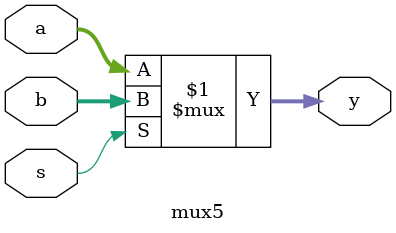
<source format=v>
`timescale 1ns / 1ps
module mux5(
	input wire [4:0] a,
	input wire [4:0] b,
	input wire s,
	output wire [4:0] y
);
	assign y = s ? b : a;

endmodule
</source>
